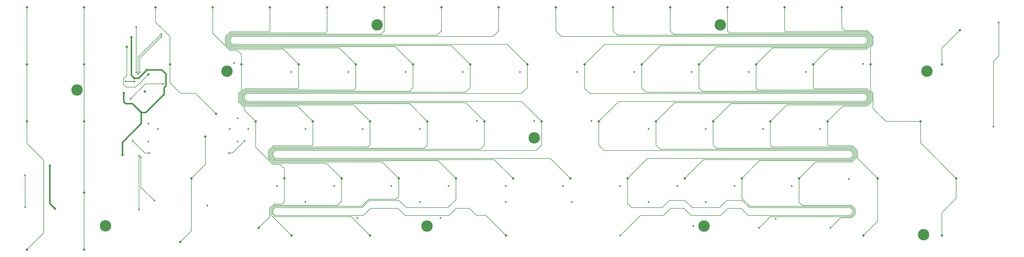
<source format=gbr>
%TF.GenerationSoftware,KiCad,Pcbnew,(5.1.10)-1*%
%TF.CreationDate,2021-09-30T22:15:47+07:00*%
%TF.ProjectId,nonem,6e6f6e65-6d2e-46b6-9963-61645f706362,rev?*%
%TF.SameCoordinates,Original*%
%TF.FileFunction,Copper,L1,Top*%
%TF.FilePolarity,Positive*%
%FSLAX46Y46*%
G04 Gerber Fmt 4.6, Leading zero omitted, Abs format (unit mm)*
G04 Created by KiCad (PCBNEW (5.1.10)-1) date 2021-09-30 22:15:47*
%MOMM*%
%LPD*%
G01*
G04 APERTURE LIST*
%TA.AperFunction,ComponentPad*%
%ADD10C,3.800000*%
%TD*%
%TA.AperFunction,ViaPad*%
%ADD11C,0.800000*%
%TD*%
%TA.AperFunction,ViaPad*%
%ADD12C,0.600000*%
%TD*%
%TA.AperFunction,Conductor*%
%ADD13C,0.500000*%
%TD*%
%TA.AperFunction,Conductor*%
%ADD14C,0.250000*%
%TD*%
%TA.AperFunction,Conductor*%
%ADD15C,0.200000*%
%TD*%
G04 APERTURE END LIST*
D10*
%TO.P,LOGO1,1*%
%TO.N,N/C*%
X28646509Y-48859717D03*
%TD*%
%TO.P,LOGO2,1*%
%TO.N,N/C*%
X311715401Y-42580277D03*
%TD*%
%TO.P,LOGO3,1*%
%TO.N,N/C*%
X38100954Y-94249995D03*
%TD*%
%TO.P,LOGO4,1*%
%TO.N,N/C*%
X128588454Y-27151663D03*
%TD*%
%TO.P,LOGO5,1*%
%TO.N,N/C*%
X180975944Y-64924721D03*
%TD*%
%TO.P,LOGO6,1*%
%TO.N,N/C*%
X310692337Y-97225552D03*
%TD*%
%TO.P,LOGO7,1*%
%TO.N,N/C*%
X237490948Y-94368050D03*
%TD*%
%TO.P,LOGO8,1*%
%TO.N,N/C*%
X145239559Y-94368050D03*
%TD*%
%TO.P,LOGO9,1*%
%TO.N,N/C*%
X78564559Y-42580277D03*
%TD*%
%TO.P,LOGO10,1*%
%TO.N,N/C*%
X242888444Y-27151663D03*
%TD*%
D11*
%TO.N,+5V*%
X46743788Y-31242215D03*
X47752000Y-44958000D03*
D12*
X57670000Y-50304000D03*
D11*
X50050048Y-56400048D03*
X44207849Y-49899151D03*
X51947004Y-42159996D03*
X43755579Y-70544709D03*
X19558699Y-74203256D03*
X21275058Y-88545540D03*
%TO.N,GND*%
X51196918Y-49410979D03*
D12*
X55661859Y-61912656D03*
X79474419Y-61912656D03*
X85725216Y-61912656D03*
X104775264Y-61912656D03*
X123825312Y-61912656D03*
X142875360Y-61912656D03*
X161925408Y-59233743D03*
X180975456Y-59233743D03*
X200025504Y-59233743D03*
X219075552Y-61912656D03*
X238125600Y-61912656D03*
X257175648Y-61912656D03*
X276225696Y-61912656D03*
X95250240Y-80962704D03*
X114300288Y-80962704D03*
X133350336Y-80962704D03*
X152400384Y-80962704D03*
X171450432Y-80962704D03*
X190500480Y-80962704D03*
X209550528Y-80962704D03*
X228600576Y-80962704D03*
X247650624Y-80962704D03*
X266700672Y-80962704D03*
X285750720Y-78581448D03*
X80962704Y-39886038D03*
X100012752Y-42862608D03*
X119062800Y-42862608D03*
X138112848Y-42862608D03*
X157162896Y-42862608D03*
X176212944Y-42862608D03*
X195262992Y-42862608D03*
X214313040Y-42862608D03*
X233363088Y-42862608D03*
X252413136Y-42862608D03*
X271463184Y-42862608D03*
X290513232Y-40183695D03*
X72032994Y-87511158D03*
X122039370Y-91678356D03*
X149721471Y-91678356D03*
X233958402Y-94357269D03*
X261342846Y-91976013D03*
X104775088Y-86320385D03*
X142875120Y-86320385D03*
X171450144Y-86320385D03*
X193476725Y-86320385D03*
X219075184Y-86320385D03*
X238125200Y-86320385D03*
X52387544Y-66079743D03*
X82153194Y-66079743D03*
X82153194Y-58340674D03*
X52387544Y-60126613D03*
%TO.N,Net-(C6-Pad1)*%
X47759939Y-45974000D03*
X44783374Y-45974000D03*
D11*
%TO.N,RST*%
X45243864Y-34528212D03*
X52387632Y-43755579D03*
D12*
%TO.N,Net-(D73-Pad2)*%
X333970593Y-61126407D03*
X335697500Y-26352500D03*
D11*
%TO.N,C0*%
X11965000Y-40322500D03*
X11965000Y-59372500D03*
X11965000Y-21272500D03*
X11965000Y-102235000D03*
%TO.N,C1*%
X31015000Y-40322500D03*
X31015000Y-21272500D03*
X31015000Y-59372500D03*
X31015000Y-83185000D03*
X31015000Y-102235000D03*
%TO.N,C2*%
X59590000Y-40322500D03*
X54827500Y-21272500D03*
X74898250Y-56832500D03*
X62992000Y-99695000D03*
X66733750Y-78422500D03*
X71378750Y-64452500D03*
X59590000Y-40322500D03*
%TO.N,C3*%
X83402500Y-40322500D03*
X73877568Y-21272520D03*
X88165000Y-59372500D03*
X97690000Y-78422500D03*
X89185750Y-94932500D03*
%TO.N,C4*%
X102452500Y-40322500D03*
X116740000Y-78422500D03*
X107215000Y-59372500D03*
X100071250Y-97472500D03*
X92927500Y-21272500D03*
%TO.N,C5*%
X111977500Y-21272500D03*
X135790136Y-78422568D03*
X121502500Y-40322500D03*
X126265000Y-59372500D03*
X126265000Y-97472500D03*
%TO.N,C6*%
X131027500Y-21272500D03*
X154840136Y-78422568D03*
X140552500Y-40322500D03*
X145315000Y-59372500D03*
X171508750Y-97472500D03*
%TO.N,C7*%
X150077500Y-21272500D03*
X173890000Y-78422500D03*
X159602500Y-40322500D03*
X164365000Y-59372500D03*
%TO.N,C8*%
X169127500Y-21272500D03*
X192940000Y-78422500D03*
X178652500Y-40322500D03*
X183415000Y-59372500D03*
%TO.N,C9*%
X188177500Y-21272500D03*
X211990000Y-78422500D03*
X197702500Y-40322500D03*
X202465000Y-59372500D03*
D12*
X209608750Y-97472500D03*
D11*
%TO.N,C10*%
X207227500Y-21272500D03*
X231040000Y-78422500D03*
X221515000Y-59372500D03*
X216752500Y-40322500D03*
%TO.N,C11*%
X226277500Y-21272500D03*
X240565000Y-59372500D03*
X235802500Y-40322500D03*
X250090000Y-78422500D03*
D12*
X255873250Y-94932500D03*
D11*
%TO.N,C12*%
X245327500Y-21272500D03*
X269140000Y-78422500D03*
X259615000Y-59372500D03*
X254852500Y-40322500D03*
D12*
X279685750Y-94932500D03*
D11*
%TO.N,C13*%
X264377500Y-21272500D03*
X278665000Y-59372500D03*
X273902500Y-40322500D03*
X295333750Y-78422500D03*
X290571250Y-97472500D03*
D12*
%TO.N,C14*%
X56753553Y-31099553D03*
X49530000Y-42926000D03*
D11*
X283427500Y-21272500D03*
X292952500Y-40322500D03*
X309621250Y-59372500D03*
X321527500Y-78422500D03*
X316765000Y-97472500D03*
D12*
%TO.N,C15*%
X48930000Y-43459066D03*
X56745820Y-30258757D03*
D11*
X316765000Y-40322500D03*
X322770500Y-28892500D03*
D12*
%TO.N,R0*%
X48330000Y-42925299D03*
X48330000Y-27883000D03*
%TO.N,R1*%
X57249643Y-46893788D03*
X46482000Y-51816000D03*
%TO.N,R3*%
X49275040Y-88837576D03*
X49275040Y-70803460D03*
%TO.N,R2*%
X47191521Y-65943912D03*
X84398507Y-65943804D03*
X79222600Y-69948500D03*
X52641500Y-69948500D03*
%TO.N,R4*%
X54416806Y-85915500D03*
X49875040Y-71340181D03*
%TO.N,Net-(D75-Pad2)*%
X11394879Y-88022559D03*
X11394879Y-77306907D03*
%TD*%
D13*
%TO.N,+5V*%
X46743788Y-43949788D02*
X47752000Y-44958000D01*
X46743788Y-31242215D02*
X46743788Y-43949788D01*
X51573952Y-56400048D02*
X57670000Y-50304000D01*
X50050048Y-56400048D02*
X51573952Y-56400048D01*
X50050048Y-56400048D02*
X47117000Y-53467000D01*
X47117000Y-53467000D02*
X44831000Y-53467000D01*
X44207849Y-52843849D02*
X44831000Y-53467000D01*
X44207849Y-49899151D02*
X44207849Y-52843849D01*
X57670000Y-50304000D02*
X57670000Y-48121000D01*
X57670000Y-48121000D02*
X58293000Y-47498000D01*
X58293000Y-47498000D02*
X58293000Y-43561000D01*
X56891996Y-42159996D02*
X51947004Y-42159996D01*
X58293000Y-43561000D02*
X56891996Y-42159996D01*
X49149000Y-44958000D02*
X51947004Y-42159996D01*
X47752000Y-44958000D02*
X49149000Y-44958000D01*
X43755579Y-70544709D02*
X43755579Y-66377511D01*
X50050048Y-60083042D02*
X50050048Y-56400048D01*
X43755579Y-66377511D02*
X50050048Y-60083042D01*
X19558699Y-86829181D02*
X21275058Y-88545540D01*
X19558699Y-74203256D02*
X19558699Y-86829181D01*
D14*
%TO.N,Net-(C6-Pad1)*%
X47759939Y-45974000D02*
X44783374Y-45974000D01*
X44783374Y-45974000D02*
X44783374Y-45974000D01*
D15*
%TO.N,RST*%
X45243864Y-34528212D02*
X45243864Y-44053236D01*
X45243864Y-44053236D02*
X44053236Y-45243864D01*
X44053236Y-45243864D02*
X44053236Y-47029806D01*
X44053236Y-47029806D02*
X44946207Y-47922777D01*
X48220434Y-47922777D02*
X52387632Y-43755579D01*
X44946207Y-47922777D02*
X48220434Y-47922777D01*
%TO.N,Net-(D73-Pad2)*%
X333970593Y-61126407D02*
X333970593Y-39282407D01*
X335697500Y-37555500D02*
X335697500Y-26352500D01*
X333970593Y-39282407D02*
X335697500Y-37555500D01*
%TO.N,C0*%
X11965000Y-40322500D02*
X11965000Y-59372500D01*
X11965000Y-40322500D02*
X11965000Y-21272500D01*
X11965000Y-102235000D02*
X17561763Y-96638237D01*
X17561763Y-96638237D02*
X17561763Y-72330651D01*
X11965000Y-66733888D02*
X11965000Y-59372500D01*
X17561763Y-72330651D02*
X11965000Y-66733888D01*
%TO.N,C1*%
X31015000Y-40322500D02*
X31015000Y-21272500D01*
X31015000Y-40322500D02*
X31015000Y-59372500D01*
X31015000Y-59372500D02*
X31015000Y-83185000D01*
X31015000Y-83185000D02*
X31015000Y-102235000D01*
%TO.N,C2*%
X59590000Y-40322500D02*
X59590000Y-46493114D01*
X59590000Y-46493114D02*
X63103178Y-50006292D01*
X59590000Y-31014976D02*
X59590000Y-40322500D01*
X54827500Y-21272500D02*
X54827500Y-26252476D01*
X54827500Y-26252476D02*
X59590000Y-31014976D01*
X68072042Y-50006292D02*
X74898250Y-56832500D01*
X63103178Y-50006292D02*
X68072042Y-50006292D01*
X71378750Y-64452500D02*
X71378750Y-73777500D01*
X71378750Y-73777500D02*
X66733750Y-78422500D01*
X62992000Y-99695000D02*
X66733750Y-95953250D01*
X66733750Y-95953250D02*
X66733750Y-78422500D01*
%TO.N,C3*%
X92742548Y-88448881D02*
X94203969Y-86987460D01*
X79571200Y-35637560D02*
X73877568Y-29943927D01*
X73877568Y-29943927D02*
X73877568Y-21272520D01*
X81992560Y-35637560D02*
X79571200Y-35637560D01*
X83402500Y-37047500D02*
X81992560Y-35637560D01*
X83402500Y-40322500D02*
X83402500Y-37047500D01*
X88165000Y-68029491D02*
X88165000Y-59372500D01*
X93873069Y-73737560D02*
X88165000Y-68029491D01*
X96280060Y-73737560D02*
X93873069Y-73737560D01*
X97690000Y-75147500D02*
X96280060Y-73737560D01*
X97690000Y-78422500D02*
X97690000Y-75147500D01*
X84348069Y-55555569D02*
X88165000Y-59372500D01*
X84348069Y-54687560D02*
X84348069Y-55555569D01*
X82417528Y-52757019D02*
X84348069Y-54687560D01*
X83402500Y-49032531D02*
X82417528Y-50017503D01*
X82417528Y-50017503D02*
X82417528Y-52757019D01*
X83402500Y-40322500D02*
X83402500Y-49032531D01*
X97690000Y-86261717D02*
X96964257Y-86987460D01*
X97690000Y-78422500D02*
X97690000Y-86261717D01*
X94203969Y-86987460D02*
X96964257Y-86987460D01*
X92742548Y-91375702D02*
X89185750Y-94932500D01*
X92742548Y-88448881D02*
X92742548Y-91375702D01*
%TO.N,C4*%
X92342538Y-69233192D02*
X94038280Y-67537450D01*
X92342538Y-71641330D02*
X92342538Y-69233192D01*
X94038758Y-73337550D02*
X92342538Y-71641330D01*
X102130050Y-54287550D02*
X107215000Y-59372500D01*
X82817538Y-52591330D02*
X84513758Y-54287550D01*
X82817538Y-50183192D02*
X82817538Y-52591330D01*
X84513280Y-48487450D02*
X82817538Y-50183192D01*
X102126739Y-48487450D02*
X84513280Y-48487450D01*
X102452500Y-48161689D02*
X102126739Y-48487450D01*
X84513758Y-54287550D02*
X102130050Y-54287550D01*
X102452500Y-40322500D02*
X102452500Y-48161689D01*
X94369659Y-91770909D02*
X100071250Y-97472500D01*
X94369658Y-87387470D02*
X93142558Y-88614570D01*
X115367181Y-87387470D02*
X94369658Y-87387470D01*
X116740000Y-86014651D02*
X115367181Y-87387470D01*
X93142558Y-88614570D02*
X93142558Y-90543808D01*
X116740000Y-78422500D02*
X116740000Y-86014651D01*
X92927500Y-29210000D02*
X92927500Y-21272500D01*
X92700050Y-29437450D02*
X92927500Y-29210000D01*
X79736648Y-29437450D02*
X92700050Y-29437450D01*
X78041764Y-33542423D02*
X78041764Y-31132334D01*
X79736889Y-35237550D02*
X78041764Y-33542423D01*
X97367550Y-35237550D02*
X79736889Y-35237550D01*
X78041764Y-31132334D02*
X79736648Y-29437450D01*
X102452500Y-40322500D02*
X97367550Y-35237550D01*
X111655050Y-73337550D02*
X116740000Y-78422500D01*
X94038758Y-73337550D02*
X111655050Y-73337550D01*
X107215000Y-67283000D02*
X106960550Y-67537450D01*
X107215000Y-59372500D02*
X107215000Y-67283000D01*
X94038280Y-67537450D02*
X106960550Y-67537450D01*
X93142558Y-90543808D02*
X94369659Y-91770909D01*
%TO.N,C5*%
X120780040Y-53887540D02*
X126265000Y-59372500D01*
X84679447Y-53887540D02*
X120780040Y-53887540D01*
X83217548Y-52425641D02*
X84679447Y-53887540D01*
X83217548Y-50348881D02*
X83217548Y-52425641D01*
X84678969Y-48887460D02*
X83217548Y-50348881D01*
X121502500Y-48305293D02*
X120920333Y-48887460D01*
X121502500Y-40322500D02*
X121502500Y-48305293D01*
X120920333Y-48887460D02*
X84678969Y-48887460D01*
X119980020Y-91187520D02*
X126265000Y-97472500D01*
X93542568Y-88780259D02*
X93542568Y-90194740D01*
X94535347Y-87787480D02*
X93542568Y-88780259D01*
X123452201Y-87787480D02*
X94535347Y-87787480D01*
X94535348Y-91187520D02*
X119980020Y-91187520D01*
X125833451Y-85406230D02*
X123452201Y-87787480D01*
X93542568Y-90194740D02*
X94535348Y-91187520D01*
X134859580Y-85406230D02*
X125833451Y-85406230D01*
X135790136Y-84475674D02*
X134859580Y-85406230D01*
X135790136Y-78422568D02*
X135790136Y-84475674D01*
X111977500Y-29231420D02*
X111977500Y-21272500D01*
X79902337Y-29837460D02*
X111371460Y-29837460D01*
X111371460Y-29837460D02*
X111977500Y-29231420D01*
X78441774Y-33376734D02*
X78441774Y-31298023D01*
X78441774Y-31298023D02*
X79902337Y-29837460D01*
X116017540Y-34837540D02*
X79902578Y-34837540D01*
X79902578Y-34837540D02*
X78441774Y-33376734D01*
X121502500Y-40322500D02*
X116017540Y-34837540D01*
X130305108Y-72937540D02*
X135790136Y-78422568D01*
X94204447Y-72937540D02*
X130305108Y-72937540D01*
X92742548Y-71475641D02*
X94204447Y-72937540D01*
X92742548Y-69398881D02*
X92742548Y-71475641D01*
X94203969Y-67937460D02*
X92742548Y-69398881D01*
X126265000Y-67283000D02*
X125610540Y-67937460D01*
X126265000Y-59372500D02*
X126265000Y-67283000D01*
X125610540Y-67937460D02*
X94203969Y-67937460D01*
%TO.N,C6*%
X135524140Y-88406260D02*
X137905390Y-90787510D01*
X126413360Y-88406260D02*
X135524140Y-88406260D01*
X124032110Y-90787510D02*
X126413360Y-88406260D01*
X94701037Y-90787510D02*
X124032110Y-90787510D01*
X93942578Y-90029051D02*
X94701037Y-90787510D01*
X138319610Y-88187490D02*
X135938360Y-85806240D01*
X152192890Y-88187490D02*
X138319610Y-88187490D01*
X93942578Y-88945948D02*
X93942578Y-90029051D01*
X94701036Y-88187490D02*
X93942578Y-88945948D01*
X152607110Y-90787510D02*
X154988360Y-88406260D01*
X125999140Y-85806240D02*
X123617890Y-88187490D01*
X159336640Y-88406260D02*
X161717890Y-90787510D01*
X137905390Y-90787510D02*
X152607110Y-90787510D01*
X135938360Y-85806240D02*
X125999140Y-85806240D01*
X154988360Y-88406260D02*
X159336640Y-88406260D01*
X123617890Y-88187490D02*
X94701036Y-88187490D01*
X83617558Y-50514570D02*
X84844658Y-49287470D01*
X83617558Y-52259952D02*
X83617558Y-50514570D01*
X84845136Y-53487530D02*
X83617558Y-52259952D01*
X139430030Y-53487530D02*
X145315000Y-59372500D01*
X84845136Y-53487530D02*
X139430030Y-53487530D01*
X140552500Y-48161721D02*
X139426751Y-49287470D01*
X140552500Y-40322500D02*
X140552500Y-48161721D01*
X84844658Y-49287470D02*
X139426751Y-49287470D01*
X154840136Y-85540244D02*
X154840136Y-78422568D01*
X152192890Y-88187490D02*
X154840136Y-85540244D01*
X164823760Y-90787510D02*
X171508750Y-97472500D01*
X161717890Y-90787510D02*
X164823760Y-90787510D01*
X129932470Y-30237470D02*
X131027500Y-29142440D01*
X131027500Y-29142440D02*
X131027500Y-21272500D01*
X78841784Y-31463712D02*
X80068026Y-30237470D01*
X78841784Y-33211047D02*
X78841784Y-31463712D01*
X80068267Y-34437530D02*
X78841784Y-33211047D01*
X134667530Y-34437530D02*
X80068267Y-34437530D01*
X80068026Y-30237470D02*
X129932470Y-30237470D01*
X140552500Y-40322500D02*
X134667530Y-34437530D01*
X148955098Y-72537530D02*
X154840136Y-78422568D01*
X94370136Y-72537530D02*
X148955098Y-72537530D01*
X93142558Y-71309952D02*
X94370136Y-72537530D01*
X93142558Y-69564570D02*
X93142558Y-71309952D01*
X94369658Y-68337470D02*
X93142558Y-69564570D01*
X145315000Y-67305940D02*
X144283470Y-68337470D01*
X145315000Y-59372500D02*
X145315000Y-67305940D01*
X144283470Y-68337470D02*
X94369658Y-68337470D01*
%TO.N,C7*%
X159602500Y-48119426D02*
X159602500Y-40322500D01*
X158034446Y-49687480D02*
X159602500Y-48119426D01*
X85010347Y-49687480D02*
X158034446Y-49687480D01*
X84017568Y-52094263D02*
X84017568Y-50680259D01*
X84017568Y-50680259D02*
X85010347Y-49687480D01*
X85010825Y-53087520D02*
X84017568Y-52094263D01*
X158080020Y-53087520D02*
X85010825Y-53087520D01*
X164365000Y-59372500D02*
X158080020Y-53087520D01*
X150077500Y-29180460D02*
X150077500Y-21272500D01*
X148620480Y-30637480D02*
X150077500Y-29180460D01*
X80233715Y-30637480D02*
X148620480Y-30637480D01*
X79241794Y-31629401D02*
X80233715Y-30637480D01*
X79241794Y-33045358D02*
X79241794Y-31629401D01*
X80233956Y-34037520D02*
X79241794Y-33045358D01*
X153317520Y-34037520D02*
X80233956Y-34037520D01*
X159602500Y-40322500D02*
X153317520Y-34037520D01*
X167605020Y-72137520D02*
X173890000Y-78422500D01*
X93542568Y-69730259D02*
X93542568Y-71144263D01*
X94535347Y-68737480D02*
X93542568Y-69730259D01*
X93542568Y-71144263D02*
X94535825Y-72137520D01*
X94535825Y-72137520D02*
X167605020Y-72137520D01*
X164365000Y-67283000D02*
X162910520Y-68737480D01*
X164365000Y-59372500D02*
X164365000Y-67283000D01*
X162910520Y-68737480D02*
X94535347Y-68737480D01*
%TO.N,C8*%
X176730010Y-52687510D02*
X183415000Y-59372500D01*
X84417578Y-51928574D02*
X85176514Y-52687510D01*
X84417578Y-50845948D02*
X84417578Y-51928574D01*
X85176036Y-50087490D02*
X84417578Y-50845948D01*
X176726763Y-50087490D02*
X85176036Y-50087490D01*
X85176514Y-52687510D02*
X176730010Y-52687510D01*
X178652500Y-48161753D02*
X176726763Y-50087490D01*
X178652500Y-40322500D02*
X178652500Y-48161753D01*
X169127500Y-29119500D02*
X169127500Y-21272500D01*
X80399404Y-31037490D02*
X167209510Y-31037490D01*
X79641804Y-31795090D02*
X80399404Y-31037490D01*
X79641804Y-32879669D02*
X79641804Y-31795090D01*
X80399645Y-33637510D02*
X79641804Y-32879669D01*
X171967510Y-33637510D02*
X80399645Y-33637510D01*
X167209510Y-31037490D02*
X169127500Y-29119500D01*
X178652500Y-40322500D02*
X171967510Y-33637510D01*
X186255010Y-71737510D02*
X192940000Y-78422500D01*
X94701514Y-71737510D02*
X186255010Y-71737510D01*
X93942578Y-70978574D02*
X94701514Y-71737510D01*
X93942578Y-69895948D02*
X93942578Y-70978574D01*
X94701036Y-69137490D02*
X93942578Y-69895948D01*
X183415000Y-67254980D02*
X181532490Y-69137490D01*
X183415000Y-59372500D02*
X183415000Y-67254980D01*
X181532490Y-69137490D02*
X94701036Y-69137490D01*
%TO.N,C9*%
X291833195Y-51929669D02*
X291075354Y-52687510D01*
X291833195Y-50845090D02*
X291833195Y-51929669D01*
X291075595Y-50087490D02*
X291833195Y-50845090D01*
X209149990Y-52687510D02*
X202465000Y-59372500D01*
X199529990Y-50087490D02*
X291075595Y-50087490D01*
X197702500Y-48260000D02*
X199529990Y-50087490D01*
X291075354Y-52687510D02*
X209149990Y-52687510D01*
X197702500Y-40322500D02*
X197702500Y-48260000D01*
X188177500Y-29173500D02*
X188177500Y-21272500D01*
X190041490Y-31037490D02*
X188177500Y-29173500D01*
X291061463Y-31037490D02*
X190041490Y-31037490D01*
X291833195Y-31809222D02*
X291061463Y-31037490D01*
X291833195Y-32879669D02*
X291833195Y-31809222D01*
X291057864Y-33655000D02*
X291833195Y-32879669D01*
X204370000Y-33655000D02*
X291057864Y-33655000D01*
X197702500Y-40322500D02*
X204370000Y-33655000D01*
X218674990Y-71737510D02*
X211990000Y-78422500D01*
X286298485Y-71737510D02*
X218674990Y-71737510D01*
X287057421Y-70978574D02*
X286298485Y-71737510D01*
X287057421Y-69895948D02*
X287057421Y-70978574D01*
X286298963Y-69137490D02*
X287057421Y-69895948D01*
X204292490Y-69137490D02*
X286298963Y-69137490D01*
X202465000Y-67310000D02*
X204292490Y-69137490D01*
X202465000Y-59372500D02*
X202465000Y-67310000D01*
X233172880Y-90805000D02*
X230774140Y-88406260D01*
X245475860Y-88406260D02*
X243077120Y-90805000D01*
X216293740Y-90787510D02*
X209608750Y-97472500D01*
X249824140Y-88406260D02*
X245475860Y-88406260D01*
X252205390Y-90787510D02*
X249824140Y-88406260D01*
X224044610Y-90787510D02*
X216293740Y-90787510D01*
X243077120Y-90805000D02*
X233172880Y-90805000D01*
X287057421Y-90028574D02*
X286298485Y-90787510D01*
X287057421Y-88945948D02*
X287057421Y-90028574D01*
X211990000Y-78422500D02*
X211990000Y-86793400D01*
X230774140Y-88406260D02*
X226425860Y-88406260D01*
X245061640Y-85806240D02*
X250238360Y-85806240D01*
X211990000Y-86793400D02*
X213384090Y-88187490D01*
X213384090Y-88187490D02*
X223630390Y-88187490D01*
X223630390Y-88187490D02*
X226011640Y-85806240D01*
X233569610Y-88187490D02*
X242680390Y-88187490D01*
X226011640Y-85806240D02*
X231188360Y-85806240D01*
X231188360Y-85806240D02*
X233569610Y-88187490D01*
X286298485Y-90787510D02*
X252205390Y-90787510D01*
X242680390Y-88187490D02*
X245061640Y-85806240D01*
X250238360Y-85806240D02*
X252619610Y-88187490D01*
X252619610Y-88187490D02*
X286298963Y-88187490D01*
X226425860Y-88406260D02*
X224044610Y-90787510D01*
X286298963Y-88187490D02*
X287057421Y-88945948D01*
%TO.N,C10*%
X291241043Y-53087520D02*
X227799980Y-53087520D01*
X292233205Y-52095358D02*
X291241043Y-53087520D01*
X291241284Y-49687480D02*
X292233205Y-50679401D01*
X227799980Y-53087520D02*
X221515000Y-59372500D01*
X218216480Y-49687480D02*
X291241284Y-49687480D01*
X292233205Y-50679401D02*
X292233205Y-52095358D01*
X216752500Y-48223500D02*
X218216480Y-49687480D01*
X216752500Y-40322500D02*
X216752500Y-48223500D01*
X207227500Y-29173500D02*
X207227500Y-21272500D01*
X208691480Y-30637480D02*
X207227500Y-29173500D01*
X291227152Y-30637480D02*
X208691480Y-30637480D01*
X292233205Y-31643533D02*
X291227152Y-30637480D01*
X292233205Y-33045358D02*
X292233205Y-31643533D01*
X291223553Y-34055010D02*
X292233205Y-33045358D01*
X223019990Y-34055010D02*
X291223553Y-34055010D01*
X216752500Y-40322500D02*
X223019990Y-34055010D01*
X237324980Y-72137520D02*
X231040000Y-78422500D01*
X286464174Y-72137520D02*
X237324980Y-72137520D01*
X287457431Y-71144263D02*
X286464174Y-72137520D01*
X287457431Y-69730259D02*
X287457431Y-71144263D01*
X286464652Y-68737480D02*
X287457431Y-69730259D01*
X222915480Y-68737480D02*
X286464652Y-68737480D01*
X221515000Y-67337000D02*
X222915480Y-68737480D01*
X221515000Y-59372500D02*
X221515000Y-67337000D01*
%TO.N,C11*%
X246449970Y-53487530D02*
X240565000Y-59372500D01*
X292633215Y-52261047D02*
X291406732Y-53487530D01*
X292633215Y-50513712D02*
X292633215Y-52261047D01*
X291406973Y-49287470D02*
X292633215Y-50513712D01*
X236866470Y-49287470D02*
X291406973Y-49287470D01*
X235802500Y-48223500D02*
X236866470Y-49287470D01*
X291406732Y-53487530D02*
X246449970Y-53487530D01*
X235802500Y-40322500D02*
X235802500Y-48223500D01*
X226277500Y-29173500D02*
X226277500Y-21272500D01*
X227341470Y-30237470D02*
X226277500Y-29173500D01*
X291392841Y-30237470D02*
X227341470Y-30237470D01*
X292633215Y-31477844D02*
X291392841Y-30237470D01*
X292633215Y-33211047D02*
X292633215Y-31477844D01*
X291389242Y-34455020D02*
X292633215Y-33211047D01*
X241669980Y-34455020D02*
X291389242Y-34455020D01*
X235802500Y-40322500D02*
X241669980Y-34455020D01*
X286629863Y-72537530D02*
X255974970Y-72537530D01*
X287857441Y-71309952D02*
X286629863Y-72537530D01*
X287857441Y-69564570D02*
X287857441Y-71309952D01*
X286630341Y-68337470D02*
X287857441Y-69564570D01*
X241565470Y-68337470D02*
X286630341Y-68337470D01*
X255974970Y-72537530D02*
X250090000Y-78422500D01*
X240565000Y-67337000D02*
X241565470Y-68337470D01*
X240565000Y-59372500D02*
X240565000Y-67337000D01*
X259618230Y-91187520D02*
X255873250Y-94932500D01*
X287457431Y-90194263D02*
X286464174Y-91187520D01*
X286464652Y-87787480D02*
X287457431Y-88780259D01*
X286464174Y-91187520D02*
X259618230Y-91187520D01*
X252785298Y-87787480D02*
X286464652Y-87787480D01*
X287457431Y-88780259D02*
X287457431Y-90194263D01*
X250090000Y-85092182D02*
X252785298Y-87787480D01*
X250090000Y-78422500D02*
X250090000Y-85092182D01*
%TO.N,C12*%
X265099960Y-53887540D02*
X259615000Y-59372500D01*
X291572421Y-53887540D02*
X265099960Y-53887540D01*
X293033225Y-52426736D02*
X291572421Y-53887540D01*
X293033225Y-50348023D02*
X293033225Y-52426736D01*
X291572662Y-48887460D02*
X293033225Y-50348023D01*
X255461071Y-48887460D02*
X291572662Y-48887460D01*
X254852500Y-48278889D02*
X255461071Y-48887460D01*
X254852500Y-40322500D02*
X254852500Y-48278889D01*
X245327500Y-29173500D02*
X245327500Y-21272500D01*
X291558530Y-29837460D02*
X245991460Y-29837460D01*
X293033225Y-31312155D02*
X291558530Y-29837460D01*
X245991460Y-29837460D02*
X245327500Y-29173500D01*
X293033225Y-33376736D02*
X293033225Y-31312155D01*
X291554931Y-34855030D02*
X293033225Y-33376736D01*
X260319970Y-34855030D02*
X291554931Y-34855030D01*
X254852500Y-40322500D02*
X260319970Y-34855030D01*
X286795552Y-72937540D02*
X274624960Y-72937540D01*
X274624960Y-72937540D02*
X269140000Y-78422500D01*
X288257451Y-71475641D02*
X286795552Y-72937540D01*
X288257451Y-69398881D02*
X288257451Y-71475641D01*
X286796030Y-67937460D02*
X288257451Y-69398881D01*
X260215460Y-67937460D02*
X286796030Y-67937460D01*
X259615000Y-67337000D02*
X260215460Y-67937460D01*
X259615000Y-59372500D02*
X259615000Y-67337000D01*
X286629863Y-91587530D02*
X283030720Y-91587530D01*
X287857441Y-90359952D02*
X286629863Y-91587530D01*
X283030720Y-91587530D02*
X279685750Y-94932500D01*
X287857441Y-88614570D02*
X287857441Y-90359952D01*
X286630341Y-87387470D02*
X287857441Y-88614570D01*
X270165870Y-87387470D02*
X286630341Y-87387470D01*
X269140000Y-86361600D02*
X270165870Y-87387470D01*
X269140000Y-78422500D02*
X269140000Y-86361600D01*
%TO.N,C13*%
X283749950Y-54287550D02*
X278665000Y-59372500D01*
X291738351Y-48487450D02*
X293433235Y-50182334D01*
X274129950Y-48487450D02*
X291738351Y-48487450D01*
X293433235Y-50182334D02*
X293433235Y-52592425D01*
X273902500Y-48260000D02*
X274129950Y-48487450D01*
X291738110Y-54287550D02*
X283749950Y-54287550D01*
X293433235Y-52592425D02*
X291738110Y-54287550D01*
X273902500Y-40322500D02*
X273902500Y-48260000D01*
X278665000Y-67210000D02*
X278665000Y-59372500D01*
X278992450Y-67537450D02*
X278665000Y-67210000D01*
X288657461Y-69233192D02*
X286961719Y-67537450D01*
X286961719Y-67537450D02*
X278992450Y-67537450D01*
X288657461Y-71746211D02*
X295333750Y-78422500D01*
X288657461Y-69233192D02*
X288657461Y-71746211D01*
X295333750Y-92710000D02*
X290571250Y-97472500D01*
X295333750Y-78422500D02*
X295333750Y-92710000D01*
X264377500Y-29173500D02*
X264377500Y-21272500D01*
X264641450Y-29437450D02*
X264377500Y-29173500D01*
X291724219Y-29437450D02*
X264641450Y-29437450D01*
X293433235Y-33542425D02*
X293433235Y-31146466D01*
X293433235Y-31146466D02*
X291724219Y-29437450D01*
X291720620Y-35255040D02*
X293433235Y-33542425D01*
X278969960Y-35255040D02*
X291720620Y-35255040D01*
X273902500Y-40322500D02*
X278969960Y-35255040D01*
%TO.N,C14*%
X49530000Y-38323106D02*
X56753553Y-31099553D01*
X49530000Y-42926000D02*
X49530000Y-38323106D01*
X292952500Y-34588858D02*
X293833245Y-33708114D01*
X292952500Y-40322500D02*
X292952500Y-34588858D01*
X293833245Y-30980777D02*
X291889908Y-29037440D01*
X293833245Y-33708114D02*
X293833245Y-30980777D01*
X291889908Y-29037440D02*
X284434440Y-29037440D01*
X283427500Y-28030500D02*
X283427500Y-21272500D01*
X284434440Y-29037440D02*
X283427500Y-28030500D01*
X298093013Y-59372500D02*
X309621250Y-59372500D01*
X293833245Y-50016645D02*
X293833245Y-55112732D01*
X292952500Y-49135901D02*
X293833245Y-50016645D01*
X293833245Y-55112732D02*
X298093013Y-59372500D01*
X292952500Y-40322500D02*
X292952500Y-49135901D01*
X309621250Y-66516250D02*
X321527500Y-78422500D01*
X309621250Y-59372500D02*
X309621250Y-66516250D01*
X321527500Y-78422500D02*
X321527500Y-85071279D01*
X316765000Y-89833779D02*
X316765000Y-97472500D01*
X321527500Y-85071279D02*
X316765000Y-89833779D01*
%TO.N,C15*%
X48930000Y-38074577D02*
X56745820Y-30258757D01*
X48930000Y-43459066D02*
X48930000Y-38074577D01*
X316765000Y-34898000D02*
X322770500Y-28892500D01*
X316765000Y-40322500D02*
X316765000Y-34898000D01*
%TO.N,R0*%
X48330000Y-42925299D02*
X48330000Y-27883000D01*
X48330000Y-27883000D02*
X48330000Y-27883000D01*
%TO.N,R1*%
X51404212Y-46893788D02*
X46482000Y-51816000D01*
X57249643Y-46893788D02*
X51404212Y-46893788D01*
%TO.N,R3*%
X49275040Y-88837576D02*
X49275040Y-70803460D01*
X49275040Y-70803460D02*
X49275040Y-70803460D01*
%TO.N,R2*%
X47191521Y-65943912D02*
X51196109Y-69948500D01*
X80393811Y-69948500D02*
X79222600Y-69948500D01*
X84398507Y-65943804D02*
X80393811Y-69948500D01*
X51196109Y-69948500D02*
X52641500Y-69948500D01*
%TO.N,R4*%
X54416806Y-85915500D02*
X49875040Y-81373734D01*
X49875040Y-71340181D02*
X49875040Y-81373734D01*
%TO.N,Net-(D75-Pad2)*%
X11394879Y-77306907D02*
X11394879Y-88022559D01*
%TD*%
M02*

</source>
